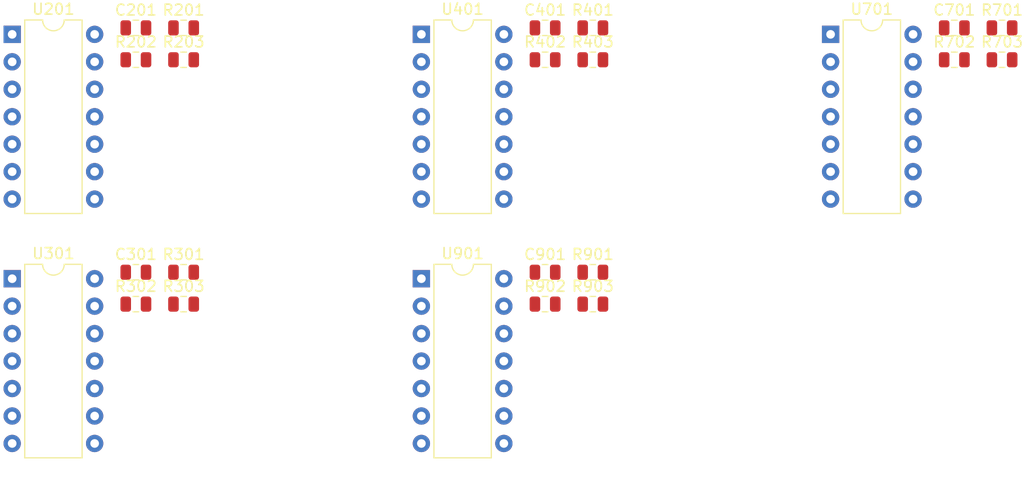
<source format=kicad_pcb>
(kicad_pcb (version 20171130) (host pcbnew "(5.1.6-0-10_14)")

  (general
    (thickness 1.6)
    (drawings 0)
    (tracks 0)
    (zones 0)
    (modules 25)
    (nets 62)
  )

  (page A4)
  (layers
    (0 F.Cu signal)
    (31 B.Cu signal)
    (32 B.Adhes user)
    (33 F.Adhes user)
    (34 B.Paste user)
    (35 F.Paste user)
    (36 B.SilkS user)
    (37 F.SilkS user)
    (38 B.Mask user)
    (39 F.Mask user)
    (40 Dwgs.User user)
    (41 Cmts.User user)
    (42 Eco1.User user)
    (43 Eco2.User user)
    (44 Edge.Cuts user)
    (45 Margin user)
    (46 B.CrtYd user)
    (47 F.CrtYd user)
    (48 B.Fab user)
    (49 F.Fab user)
  )

  (setup
    (last_trace_width 0.25)
    (trace_clearance 0.2)
    (zone_clearance 0.508)
    (zone_45_only no)
    (trace_min 0.2)
    (via_size 0.8)
    (via_drill 0.4)
    (via_min_size 0.4)
    (via_min_drill 0.3)
    (uvia_size 0.3)
    (uvia_drill 0.1)
    (uvias_allowed no)
    (uvia_min_size 0.2)
    (uvia_min_drill 0.1)
    (edge_width 0.05)
    (segment_width 0.2)
    (pcb_text_width 0.3)
    (pcb_text_size 1.5 1.5)
    (mod_edge_width 0.12)
    (mod_text_size 1 1)
    (mod_text_width 0.15)
    (pad_size 1.524 1.524)
    (pad_drill 0.762)
    (pad_to_mask_clearance 0.05)
    (aux_axis_origin 0 0)
    (visible_elements FFFFFF7F)
    (pcbplotparams
      (layerselection 0x010fc_ffffffff)
      (usegerberextensions false)
      (usegerberattributes true)
      (usegerberadvancedattributes true)
      (creategerberjobfile true)
      (excludeedgelayer true)
      (linewidth 0.100000)
      (plotframeref false)
      (viasonmask false)
      (mode 1)
      (useauxorigin false)
      (hpglpennumber 1)
      (hpglpenspeed 20)
      (hpglpendiameter 15.000000)
      (psnegative false)
      (psa4output false)
      (plotreference true)
      (plotvalue true)
      (plotinvisibletext false)
      (padsonsilk false)
      (subtractmaskfromsilk false)
      (outputformat 1)
      (mirror false)
      (drillshape 1)
      (scaleselection 1)
      (outputdirectory ""))
  )

  (net 0 "")
  (net 1 GND)
  (net 2 "Net-(C201-Pad1)")
  (net 3 "Net-(C301-Pad1)")
  (net 4 "Net-(R201-Pad1)")
  (net 5 /Sheet60689D46/sq1)
  (net 6 "Net-(R301-Pad1)")
  (net 7 /sheet60689DCE/sq1)
  (net 8 "Net-(U201-Pad14)")
  (net 9 "Net-(U201-Pad7)")
  (net 10 "Net-(U201-Pad13)")
  (net 11 "Net-(U201-Pad6)")
  (net 12 "Net-(U201-Pad12)")
  (net 13 "Net-(U201-Pad5)")
  (net 14 "Net-(U201-Pad11)")
  (net 15 "Net-(U201-Pad4)")
  (net 16 /Sheet60689D46/tri1)
  (net 17 "Net-(U301-Pad14)")
  (net 18 "Net-(U301-Pad7)")
  (net 19 "Net-(U301-Pad13)")
  (net 20 "Net-(U301-Pad6)")
  (net 21 "Net-(U301-Pad12)")
  (net 22 "Net-(U301-Pad5)")
  (net 23 "Net-(U301-Pad11)")
  (net 24 "Net-(U301-Pad4)")
  (net 25 /sheet60689DCE/tri1)
  (net 26 "Net-(C401-Pad1)")
  (net 27 "Net-(R401-Pad1)")
  (net 28 /sheet6068B9BE/sq1)
  (net 29 "Net-(U401-Pad14)")
  (net 30 "Net-(U401-Pad7)")
  (net 31 "Net-(U401-Pad13)")
  (net 32 "Net-(U401-Pad6)")
  (net 33 "Net-(U401-Pad12)")
  (net 34 "Net-(U401-Pad5)")
  (net 35 "Net-(U401-Pad11)")
  (net 36 "Net-(U401-Pad4)")
  (net 37 /sheet6068B9BE/tri1)
  (net 38 "Net-(C701-Pad1)")
  (net 39 "Net-(R701-Pad1)")
  (net 40 /Sheet606A8BE8/Sheet606A8C08/Sheet606A8C26/sq1)
  (net 41 "Net-(U701-Pad14)")
  (net 42 "Net-(U701-Pad7)")
  (net 43 "Net-(U701-Pad13)")
  (net 44 "Net-(U701-Pad6)")
  (net 45 "Net-(U701-Pad12)")
  (net 46 "Net-(U701-Pad5)")
  (net 47 "Net-(U701-Pad11)")
  (net 48 "Net-(U701-Pad4)")
  (net 49 /Sheet606A8BE8/Sheet606A8C08/Sheet606A8C26/tri1)
  (net 50 "Net-(C901-Pad1)")
  (net 51 "Net-(R901-Pad1)")
  (net 52 /Sheet606A95C9/Sheet606A95E2/sq1)
  (net 53 "Net-(U901-Pad14)")
  (net 54 "Net-(U901-Pad7)")
  (net 55 "Net-(U901-Pad13)")
  (net 56 "Net-(U901-Pad6)")
  (net 57 "Net-(U901-Pad12)")
  (net 58 "Net-(U901-Pad5)")
  (net 59 "Net-(U901-Pad11)")
  (net 60 "Net-(U901-Pad4)")
  (net 61 /Sheet606A95C9/Sheet606A95E2/tri1)

  (net_class Default "This is the default net class."
    (clearance 0.2)
    (trace_width 0.25)
    (via_dia 0.8)
    (via_drill 0.4)
    (uvia_dia 0.3)
    (uvia_drill 0.1)
    (add_net /Sheet60689D46/sq1)
    (add_net /Sheet60689D46/tri1)
    (add_net /Sheet606A8BE8/Sheet606A8C08/Sheet606A8C26/sq1)
    (add_net /Sheet606A8BE8/Sheet606A8C08/Sheet606A8C26/tri1)
    (add_net /Sheet606A95C9/Sheet606A95E2/sq1)
    (add_net /Sheet606A95C9/Sheet606A95E2/tri1)
    (add_net /sheet60689DCE/sq1)
    (add_net /sheet60689DCE/tri1)
    (add_net /sheet6068B9BE/sq1)
    (add_net /sheet6068B9BE/tri1)
    (add_net GND)
    (add_net "Net-(C201-Pad1)")
    (add_net "Net-(C301-Pad1)")
    (add_net "Net-(C401-Pad1)")
    (add_net "Net-(C701-Pad1)")
    (add_net "Net-(C901-Pad1)")
    (add_net "Net-(R201-Pad1)")
    (add_net "Net-(R301-Pad1)")
    (add_net "Net-(R401-Pad1)")
    (add_net "Net-(R701-Pad1)")
    (add_net "Net-(R901-Pad1)")
    (add_net "Net-(U201-Pad11)")
    (add_net "Net-(U201-Pad12)")
    (add_net "Net-(U201-Pad13)")
    (add_net "Net-(U201-Pad14)")
    (add_net "Net-(U201-Pad4)")
    (add_net "Net-(U201-Pad5)")
    (add_net "Net-(U201-Pad6)")
    (add_net "Net-(U201-Pad7)")
    (add_net "Net-(U301-Pad11)")
    (add_net "Net-(U301-Pad12)")
    (add_net "Net-(U301-Pad13)")
    (add_net "Net-(U301-Pad14)")
    (add_net "Net-(U301-Pad4)")
    (add_net "Net-(U301-Pad5)")
    (add_net "Net-(U301-Pad6)")
    (add_net "Net-(U301-Pad7)")
    (add_net "Net-(U401-Pad11)")
    (add_net "Net-(U401-Pad12)")
    (add_net "Net-(U401-Pad13)")
    (add_net "Net-(U401-Pad14)")
    (add_net "Net-(U401-Pad4)")
    (add_net "Net-(U401-Pad5)")
    (add_net "Net-(U401-Pad6)")
    (add_net "Net-(U401-Pad7)")
    (add_net "Net-(U701-Pad11)")
    (add_net "Net-(U701-Pad12)")
    (add_net "Net-(U701-Pad13)")
    (add_net "Net-(U701-Pad14)")
    (add_net "Net-(U701-Pad4)")
    (add_net "Net-(U701-Pad5)")
    (add_net "Net-(U701-Pad6)")
    (add_net "Net-(U701-Pad7)")
    (add_net "Net-(U901-Pad11)")
    (add_net "Net-(U901-Pad12)")
    (add_net "Net-(U901-Pad13)")
    (add_net "Net-(U901-Pad14)")
    (add_net "Net-(U901-Pad4)")
    (add_net "Net-(U901-Pad5)")
    (add_net "Net-(U901-Pad6)")
    (add_net "Net-(U901-Pad7)")
  )

  (module Package_DIP:DIP-14_W7.62mm (layer F.Cu) (tedit 5A02E8C5) (tstamp 60757BA6)
    (at 93.69 -88.56)
    (descr "14-lead though-hole mounted DIP package, row spacing 7.62 mm (300 mils)")
    (tags "THT DIP DIL PDIP 2.54mm 7.62mm 300mil")
    (path /606A95CA/606A95E3/60689410)
    (fp_text reference U901 (at 3.81 -2.33) (layer F.SilkS)
      (effects (font (size 1 1) (thickness 0.15)))
    )
    (fp_text value LM324 (at 3.81 17.57) (layer F.Fab)
      (effects (font (size 1 1) (thickness 0.15)))
    )
    (fp_text user %R (at 3.81 7.62) (layer F.Fab)
      (effects (font (size 1 1) (thickness 0.15)))
    )
    (fp_arc (start 3.81 -1.33) (end 2.81 -1.33) (angle -180) (layer F.SilkS) (width 0.12))
    (fp_line (start 1.635 -1.27) (end 6.985 -1.27) (layer F.Fab) (width 0.1))
    (fp_line (start 6.985 -1.27) (end 6.985 16.51) (layer F.Fab) (width 0.1))
    (fp_line (start 6.985 16.51) (end 0.635 16.51) (layer F.Fab) (width 0.1))
    (fp_line (start 0.635 16.51) (end 0.635 -0.27) (layer F.Fab) (width 0.1))
    (fp_line (start 0.635 -0.27) (end 1.635 -1.27) (layer F.Fab) (width 0.1))
    (fp_line (start 2.81 -1.33) (end 1.16 -1.33) (layer F.SilkS) (width 0.12))
    (fp_line (start 1.16 -1.33) (end 1.16 16.57) (layer F.SilkS) (width 0.12))
    (fp_line (start 1.16 16.57) (end 6.46 16.57) (layer F.SilkS) (width 0.12))
    (fp_line (start 6.46 16.57) (end 6.46 -1.33) (layer F.SilkS) (width 0.12))
    (fp_line (start 6.46 -1.33) (end 4.81 -1.33) (layer F.SilkS) (width 0.12))
    (fp_line (start -1.1 -1.55) (end -1.1 16.8) (layer F.CrtYd) (width 0.05))
    (fp_line (start -1.1 16.8) (end 8.7 16.8) (layer F.CrtYd) (width 0.05))
    (fp_line (start 8.7 16.8) (end 8.7 -1.55) (layer F.CrtYd) (width 0.05))
    (fp_line (start 8.7 -1.55) (end -1.1 -1.55) (layer F.CrtYd) (width 0.05))
    (pad 14 thru_hole oval (at 7.62 0) (size 1.6 1.6) (drill 0.8) (layers *.Cu *.Mask)
      (net 53 "Net-(U901-Pad14)"))
    (pad 7 thru_hole oval (at 0 15.24) (size 1.6 1.6) (drill 0.8) (layers *.Cu *.Mask)
      (net 54 "Net-(U901-Pad7)"))
    (pad 13 thru_hole oval (at 7.62 2.54) (size 1.6 1.6) (drill 0.8) (layers *.Cu *.Mask)
      (net 55 "Net-(U901-Pad13)"))
    (pad 6 thru_hole oval (at 0 12.7) (size 1.6 1.6) (drill 0.8) (layers *.Cu *.Mask)
      (net 56 "Net-(U901-Pad6)"))
    (pad 12 thru_hole oval (at 7.62 5.08) (size 1.6 1.6) (drill 0.8) (layers *.Cu *.Mask)
      (net 57 "Net-(U901-Pad12)"))
    (pad 5 thru_hole oval (at 0 10.16) (size 1.6 1.6) (drill 0.8) (layers *.Cu *.Mask)
      (net 58 "Net-(U901-Pad5)"))
    (pad 11 thru_hole oval (at 7.62 7.62) (size 1.6 1.6) (drill 0.8) (layers *.Cu *.Mask)
      (net 59 "Net-(U901-Pad11)"))
    (pad 4 thru_hole oval (at 0 7.62) (size 1.6 1.6) (drill 0.8) (layers *.Cu *.Mask)
      (net 60 "Net-(U901-Pad4)"))
    (pad 10 thru_hole oval (at 7.62 10.16) (size 1.6 1.6) (drill 0.8) (layers *.Cu *.Mask)
      (net 50 "Net-(C901-Pad1)"))
    (pad 3 thru_hole oval (at 0 5.08) (size 1.6 1.6) (drill 0.8) (layers *.Cu *.Mask)
      (net 51 "Net-(R901-Pad1)"))
    (pad 9 thru_hole oval (at 7.62 12.7) (size 1.6 1.6) (drill 0.8) (layers *.Cu *.Mask)
      (net 1 GND))
    (pad 2 thru_hole oval (at 0 2.54) (size 1.6 1.6) (drill 0.8) (layers *.Cu *.Mask)
      (net 61 /Sheet606A95C9/Sheet606A95E2/tri1))
    (pad 8 thru_hole oval (at 7.62 15.24) (size 1.6 1.6) (drill 0.8) (layers *.Cu *.Mask)
      (net 61 /Sheet606A95C9/Sheet606A95E2/tri1))
    (pad 1 thru_hole rect (at 0 0) (size 1.6 1.6) (drill 0.8) (layers *.Cu *.Mask)
      (net 52 /Sheet606A95C9/Sheet606A95E2/sq1))
    (model ${KISYS3DMOD}/Package_DIP.3dshapes/DIP-14_W7.62mm.wrl
      (at (xyz 0 0 0))
      (scale (xyz 1 1 1))
      (rotate (xyz 0 0 0))
    )
  )

  (module Package_DIP:DIP-14_W7.62mm (layer F.Cu) (tedit 5A02E8C5) (tstamp 60757B84)
    (at 131.5 -111.16)
    (descr "14-lead though-hole mounted DIP package, row spacing 7.62 mm (300 mils)")
    (tags "THT DIP DIL PDIP 2.54mm 7.62mm 300mil")
    (path /606A8BE9/606A8C09/606A8C27/60689410)
    (fp_text reference U701 (at 3.81 -2.33) (layer F.SilkS)
      (effects (font (size 1 1) (thickness 0.15)))
    )
    (fp_text value LM324 (at 3.81 17.57) (layer F.Fab)
      (effects (font (size 1 1) (thickness 0.15)))
    )
    (fp_text user %R (at 3.81 7.62) (layer F.Fab)
      (effects (font (size 1 1) (thickness 0.15)))
    )
    (fp_arc (start 3.81 -1.33) (end 2.81 -1.33) (angle -180) (layer F.SilkS) (width 0.12))
    (fp_line (start 1.635 -1.27) (end 6.985 -1.27) (layer F.Fab) (width 0.1))
    (fp_line (start 6.985 -1.27) (end 6.985 16.51) (layer F.Fab) (width 0.1))
    (fp_line (start 6.985 16.51) (end 0.635 16.51) (layer F.Fab) (width 0.1))
    (fp_line (start 0.635 16.51) (end 0.635 -0.27) (layer F.Fab) (width 0.1))
    (fp_line (start 0.635 -0.27) (end 1.635 -1.27) (layer F.Fab) (width 0.1))
    (fp_line (start 2.81 -1.33) (end 1.16 -1.33) (layer F.SilkS) (width 0.12))
    (fp_line (start 1.16 -1.33) (end 1.16 16.57) (layer F.SilkS) (width 0.12))
    (fp_line (start 1.16 16.57) (end 6.46 16.57) (layer F.SilkS) (width 0.12))
    (fp_line (start 6.46 16.57) (end 6.46 -1.33) (layer F.SilkS) (width 0.12))
    (fp_line (start 6.46 -1.33) (end 4.81 -1.33) (layer F.SilkS) (width 0.12))
    (fp_line (start -1.1 -1.55) (end -1.1 16.8) (layer F.CrtYd) (width 0.05))
    (fp_line (start -1.1 16.8) (end 8.7 16.8) (layer F.CrtYd) (width 0.05))
    (fp_line (start 8.7 16.8) (end 8.7 -1.55) (layer F.CrtYd) (width 0.05))
    (fp_line (start 8.7 -1.55) (end -1.1 -1.55) (layer F.CrtYd) (width 0.05))
    (pad 14 thru_hole oval (at 7.62 0) (size 1.6 1.6) (drill 0.8) (layers *.Cu *.Mask)
      (net 41 "Net-(U701-Pad14)"))
    (pad 7 thru_hole oval (at 0 15.24) (size 1.6 1.6) (drill 0.8) (layers *.Cu *.Mask)
      (net 42 "Net-(U701-Pad7)"))
    (pad 13 thru_hole oval (at 7.62 2.54) (size 1.6 1.6) (drill 0.8) (layers *.Cu *.Mask)
      (net 43 "Net-(U701-Pad13)"))
    (pad 6 thru_hole oval (at 0 12.7) (size 1.6 1.6) (drill 0.8) (layers *.Cu *.Mask)
      (net 44 "Net-(U701-Pad6)"))
    (pad 12 thru_hole oval (at 7.62 5.08) (size 1.6 1.6) (drill 0.8) (layers *.Cu *.Mask)
      (net 45 "Net-(U701-Pad12)"))
    (pad 5 thru_hole oval (at 0 10.16) (size 1.6 1.6) (drill 0.8) (layers *.Cu *.Mask)
      (net 46 "Net-(U701-Pad5)"))
    (pad 11 thru_hole oval (at 7.62 7.62) (size 1.6 1.6) (drill 0.8) (layers *.Cu *.Mask)
      (net 47 "Net-(U701-Pad11)"))
    (pad 4 thru_hole oval (at 0 7.62) (size 1.6 1.6) (drill 0.8) (layers *.Cu *.Mask)
      (net 48 "Net-(U701-Pad4)"))
    (pad 10 thru_hole oval (at 7.62 10.16) (size 1.6 1.6) (drill 0.8) (layers *.Cu *.Mask)
      (net 38 "Net-(C701-Pad1)"))
    (pad 3 thru_hole oval (at 0 5.08) (size 1.6 1.6) (drill 0.8) (layers *.Cu *.Mask)
      (net 39 "Net-(R701-Pad1)"))
    (pad 9 thru_hole oval (at 7.62 12.7) (size 1.6 1.6) (drill 0.8) (layers *.Cu *.Mask)
      (net 1 GND))
    (pad 2 thru_hole oval (at 0 2.54) (size 1.6 1.6) (drill 0.8) (layers *.Cu *.Mask)
      (net 49 /Sheet606A8BE8/Sheet606A8C08/Sheet606A8C26/tri1))
    (pad 8 thru_hole oval (at 7.62 15.24) (size 1.6 1.6) (drill 0.8) (layers *.Cu *.Mask)
      (net 49 /Sheet606A8BE8/Sheet606A8C08/Sheet606A8C26/tri1))
    (pad 1 thru_hole rect (at 0 0) (size 1.6 1.6) (drill 0.8) (layers *.Cu *.Mask)
      (net 40 /Sheet606A8BE8/Sheet606A8C08/Sheet606A8C26/sq1))
    (model ${KISYS3DMOD}/Package_DIP.3dshapes/DIP-14_W7.62mm.wrl
      (at (xyz 0 0 0))
      (scale (xyz 1 1 1))
      (rotate (xyz 0 0 0))
    )
  )

  (module Package_DIP:DIP-14_W7.62mm (layer F.Cu) (tedit 5A02E8C5) (tstamp 60757B62)
    (at 93.69 -111.16)
    (descr "14-lead though-hole mounted DIP package, row spacing 7.62 mm (300 mils)")
    (tags "THT DIP DIL PDIP 2.54mm 7.62mm 300mil")
    (path /6068B9BE/60689410)
    (fp_text reference U401 (at 3.81 -2.33) (layer F.SilkS)
      (effects (font (size 1 1) (thickness 0.15)))
    )
    (fp_text value LM324 (at 3.81 17.57) (layer F.Fab)
      (effects (font (size 1 1) (thickness 0.15)))
    )
    (fp_text user %R (at 3.81 7.62) (layer F.Fab)
      (effects (font (size 1 1) (thickness 0.15)))
    )
    (fp_arc (start 3.81 -1.33) (end 2.81 -1.33) (angle -180) (layer F.SilkS) (width 0.12))
    (fp_line (start 1.635 -1.27) (end 6.985 -1.27) (layer F.Fab) (width 0.1))
    (fp_line (start 6.985 -1.27) (end 6.985 16.51) (layer F.Fab) (width 0.1))
    (fp_line (start 6.985 16.51) (end 0.635 16.51) (layer F.Fab) (width 0.1))
    (fp_line (start 0.635 16.51) (end 0.635 -0.27) (layer F.Fab) (width 0.1))
    (fp_line (start 0.635 -0.27) (end 1.635 -1.27) (layer F.Fab) (width 0.1))
    (fp_line (start 2.81 -1.33) (end 1.16 -1.33) (layer F.SilkS) (width 0.12))
    (fp_line (start 1.16 -1.33) (end 1.16 16.57) (layer F.SilkS) (width 0.12))
    (fp_line (start 1.16 16.57) (end 6.46 16.57) (layer F.SilkS) (width 0.12))
    (fp_line (start 6.46 16.57) (end 6.46 -1.33) (layer F.SilkS) (width 0.12))
    (fp_line (start 6.46 -1.33) (end 4.81 -1.33) (layer F.SilkS) (width 0.12))
    (fp_line (start -1.1 -1.55) (end -1.1 16.8) (layer F.CrtYd) (width 0.05))
    (fp_line (start -1.1 16.8) (end 8.7 16.8) (layer F.CrtYd) (width 0.05))
    (fp_line (start 8.7 16.8) (end 8.7 -1.55) (layer F.CrtYd) (width 0.05))
    (fp_line (start 8.7 -1.55) (end -1.1 -1.55) (layer F.CrtYd) (width 0.05))
    (pad 14 thru_hole oval (at 7.62 0) (size 1.6 1.6) (drill 0.8) (layers *.Cu *.Mask)
      (net 29 "Net-(U401-Pad14)"))
    (pad 7 thru_hole oval (at 0 15.24) (size 1.6 1.6) (drill 0.8) (layers *.Cu *.Mask)
      (net 30 "Net-(U401-Pad7)"))
    (pad 13 thru_hole oval (at 7.62 2.54) (size 1.6 1.6) (drill 0.8) (layers *.Cu *.Mask)
      (net 31 "Net-(U401-Pad13)"))
    (pad 6 thru_hole oval (at 0 12.7) (size 1.6 1.6) (drill 0.8) (layers *.Cu *.Mask)
      (net 32 "Net-(U401-Pad6)"))
    (pad 12 thru_hole oval (at 7.62 5.08) (size 1.6 1.6) (drill 0.8) (layers *.Cu *.Mask)
      (net 33 "Net-(U401-Pad12)"))
    (pad 5 thru_hole oval (at 0 10.16) (size 1.6 1.6) (drill 0.8) (layers *.Cu *.Mask)
      (net 34 "Net-(U401-Pad5)"))
    (pad 11 thru_hole oval (at 7.62 7.62) (size 1.6 1.6) (drill 0.8) (layers *.Cu *.Mask)
      (net 35 "Net-(U401-Pad11)"))
    (pad 4 thru_hole oval (at 0 7.62) (size 1.6 1.6) (drill 0.8) (layers *.Cu *.Mask)
      (net 36 "Net-(U401-Pad4)"))
    (pad 10 thru_hole oval (at 7.62 10.16) (size 1.6 1.6) (drill 0.8) (layers *.Cu *.Mask)
      (net 26 "Net-(C401-Pad1)"))
    (pad 3 thru_hole oval (at 0 5.08) (size 1.6 1.6) (drill 0.8) (layers *.Cu *.Mask)
      (net 27 "Net-(R401-Pad1)"))
    (pad 9 thru_hole oval (at 7.62 12.7) (size 1.6 1.6) (drill 0.8) (layers *.Cu *.Mask)
      (net 1 GND))
    (pad 2 thru_hole oval (at 0 2.54) (size 1.6 1.6) (drill 0.8) (layers *.Cu *.Mask)
      (net 37 /sheet6068B9BE/tri1))
    (pad 8 thru_hole oval (at 7.62 15.24) (size 1.6 1.6) (drill 0.8) (layers *.Cu *.Mask)
      (net 37 /sheet6068B9BE/tri1))
    (pad 1 thru_hole rect (at 0 0) (size 1.6 1.6) (drill 0.8) (layers *.Cu *.Mask)
      (net 28 /sheet6068B9BE/sq1))
    (model ${KISYS3DMOD}/Package_DIP.3dshapes/DIP-14_W7.62mm.wrl
      (at (xyz 0 0 0))
      (scale (xyz 1 1 1))
      (rotate (xyz 0 0 0))
    )
  )

  (module Package_DIP:DIP-14_W7.62mm (layer F.Cu) (tedit 5A02E8C5) (tstamp 60757B40)
    (at 55.88 -88.56)
    (descr "14-lead though-hole mounted DIP package, row spacing 7.62 mm (300 mils)")
    (tags "THT DIP DIL PDIP 2.54mm 7.62mm 300mil")
    (path /60689DCE/60689410)
    (fp_text reference U301 (at 3.81 -2.33) (layer F.SilkS)
      (effects (font (size 1 1) (thickness 0.15)))
    )
    (fp_text value LM324 (at 3.81 17.57) (layer F.Fab)
      (effects (font (size 1 1) (thickness 0.15)))
    )
    (fp_text user %R (at 3.81 7.62) (layer F.Fab)
      (effects (font (size 1 1) (thickness 0.15)))
    )
    (fp_arc (start 3.81 -1.33) (end 2.81 -1.33) (angle -180) (layer F.SilkS) (width 0.12))
    (fp_line (start 1.635 -1.27) (end 6.985 -1.27) (layer F.Fab) (width 0.1))
    (fp_line (start 6.985 -1.27) (end 6.985 16.51) (layer F.Fab) (width 0.1))
    (fp_line (start 6.985 16.51) (end 0.635 16.51) (layer F.Fab) (width 0.1))
    (fp_line (start 0.635 16.51) (end 0.635 -0.27) (layer F.Fab) (width 0.1))
    (fp_line (start 0.635 -0.27) (end 1.635 -1.27) (layer F.Fab) (width 0.1))
    (fp_line (start 2.81 -1.33) (end 1.16 -1.33) (layer F.SilkS) (width 0.12))
    (fp_line (start 1.16 -1.33) (end 1.16 16.57) (layer F.SilkS) (width 0.12))
    (fp_line (start 1.16 16.57) (end 6.46 16.57) (layer F.SilkS) (width 0.12))
    (fp_line (start 6.46 16.57) (end 6.46 -1.33) (layer F.SilkS) (width 0.12))
    (fp_line (start 6.46 -1.33) (end 4.81 -1.33) (layer F.SilkS) (width 0.12))
    (fp_line (start -1.1 -1.55) (end -1.1 16.8) (layer F.CrtYd) (width 0.05))
    (fp_line (start -1.1 16.8) (end 8.7 16.8) (layer F.CrtYd) (width 0.05))
    (fp_line (start 8.7 16.8) (end 8.7 -1.55) (layer F.CrtYd) (width 0.05))
    (fp_line (start 8.7 -1.55) (end -1.1 -1.55) (layer F.CrtYd) (width 0.05))
    (pad 14 thru_hole oval (at 7.62 0) (size 1.6 1.6) (drill 0.8) (layers *.Cu *.Mask)
      (net 17 "Net-(U301-Pad14)"))
    (pad 7 thru_hole oval (at 0 15.24) (size 1.6 1.6) (drill 0.8) (layers *.Cu *.Mask)
      (net 18 "Net-(U301-Pad7)"))
    (pad 13 thru_hole oval (at 7.62 2.54) (size 1.6 1.6) (drill 0.8) (layers *.Cu *.Mask)
      (net 19 "Net-(U301-Pad13)"))
    (pad 6 thru_hole oval (at 0 12.7) (size 1.6 1.6) (drill 0.8) (layers *.Cu *.Mask)
      (net 20 "Net-(U301-Pad6)"))
    (pad 12 thru_hole oval (at 7.62 5.08) (size 1.6 1.6) (drill 0.8) (layers *.Cu *.Mask)
      (net 21 "Net-(U301-Pad12)"))
    (pad 5 thru_hole oval (at 0 10.16) (size 1.6 1.6) (drill 0.8) (layers *.Cu *.Mask)
      (net 22 "Net-(U301-Pad5)"))
    (pad 11 thru_hole oval (at 7.62 7.62) (size 1.6 1.6) (drill 0.8) (layers *.Cu *.Mask)
      (net 23 "Net-(U301-Pad11)"))
    (pad 4 thru_hole oval (at 0 7.62) (size 1.6 1.6) (drill 0.8) (layers *.Cu *.Mask)
      (net 24 "Net-(U301-Pad4)"))
    (pad 10 thru_hole oval (at 7.62 10.16) (size 1.6 1.6) (drill 0.8) (layers *.Cu *.Mask)
      (net 3 "Net-(C301-Pad1)"))
    (pad 3 thru_hole oval (at 0 5.08) (size 1.6 1.6) (drill 0.8) (layers *.Cu *.Mask)
      (net 6 "Net-(R301-Pad1)"))
    (pad 9 thru_hole oval (at 7.62 12.7) (size 1.6 1.6) (drill 0.8) (layers *.Cu *.Mask)
      (net 1 GND))
    (pad 2 thru_hole oval (at 0 2.54) (size 1.6 1.6) (drill 0.8) (layers *.Cu *.Mask)
      (net 25 /sheet60689DCE/tri1))
    (pad 8 thru_hole oval (at 7.62 15.24) (size 1.6 1.6) (drill 0.8) (layers *.Cu *.Mask)
      (net 25 /sheet60689DCE/tri1))
    (pad 1 thru_hole rect (at 0 0) (size 1.6 1.6) (drill 0.8) (layers *.Cu *.Mask)
      (net 7 /sheet60689DCE/sq1))
    (model ${KISYS3DMOD}/Package_DIP.3dshapes/DIP-14_W7.62mm.wrl
      (at (xyz 0 0 0))
      (scale (xyz 1 1 1))
      (rotate (xyz 0 0 0))
    )
  )

  (module Package_DIP:DIP-14_W7.62mm (layer F.Cu) (tedit 5A02E8C5) (tstamp 60757B1E)
    (at 55.88 -111.16)
    (descr "14-lead though-hole mounted DIP package, row spacing 7.62 mm (300 mils)")
    (tags "THT DIP DIL PDIP 2.54mm 7.62mm 300mil")
    (path /60689D47/60689410)
    (fp_text reference U201 (at 3.81 -2.33) (layer F.SilkS)
      (effects (font (size 1 1) (thickness 0.15)))
    )
    (fp_text value LM324 (at 3.81 17.57) (layer F.Fab)
      (effects (font (size 1 1) (thickness 0.15)))
    )
    (fp_text user %R (at 3.81 7.62) (layer F.Fab)
      (effects (font (size 1 1) (thickness 0.15)))
    )
    (fp_arc (start 3.81 -1.33) (end 2.81 -1.33) (angle -180) (layer F.SilkS) (width 0.12))
    (fp_line (start 1.635 -1.27) (end 6.985 -1.27) (layer F.Fab) (width 0.1))
    (fp_line (start 6.985 -1.27) (end 6.985 16.51) (layer F.Fab) (width 0.1))
    (fp_line (start 6.985 16.51) (end 0.635 16.51) (layer F.Fab) (width 0.1))
    (fp_line (start 0.635 16.51) (end 0.635 -0.27) (layer F.Fab) (width 0.1))
    (fp_line (start 0.635 -0.27) (end 1.635 -1.27) (layer F.Fab) (width 0.1))
    (fp_line (start 2.81 -1.33) (end 1.16 -1.33) (layer F.SilkS) (width 0.12))
    (fp_line (start 1.16 -1.33) (end 1.16 16.57) (layer F.SilkS) (width 0.12))
    (fp_line (start 1.16 16.57) (end 6.46 16.57) (layer F.SilkS) (width 0.12))
    (fp_line (start 6.46 16.57) (end 6.46 -1.33) (layer F.SilkS) (width 0.12))
    (fp_line (start 6.46 -1.33) (end 4.81 -1.33) (layer F.SilkS) (width 0.12))
    (fp_line (start -1.1 -1.55) (end -1.1 16.8) (layer F.CrtYd) (width 0.05))
    (fp_line (start -1.1 16.8) (end 8.7 16.8) (layer F.CrtYd) (width 0.05))
    (fp_line (start 8.7 16.8) (end 8.7 -1.55) (layer F.CrtYd) (width 0.05))
    (fp_line (start 8.7 -1.55) (end -1.1 -1.55) (layer F.CrtYd) (width 0.05))
    (pad 14 thru_hole oval (at 7.62 0) (size 1.6 1.6) (drill 0.8) (layers *.Cu *.Mask)
      (net 8 "Net-(U201-Pad14)"))
    (pad 7 thru_hole oval (at 0 15.24) (size 1.6 1.6) (drill 0.8) (layers *.Cu *.Mask)
      (net 9 "Net-(U201-Pad7)"))
    (pad 13 thru_hole oval (at 7.62 2.54) (size 1.6 1.6) (drill 0.8) (layers *.Cu *.Mask)
      (net 10 "Net-(U201-Pad13)"))
    (pad 6 thru_hole oval (at 0 12.7) (size 1.6 1.6) (drill 0.8) (layers *.Cu *.Mask)
      (net 11 "Net-(U201-Pad6)"))
    (pad 12 thru_hole oval (at 7.62 5.08) (size 1.6 1.6) (drill 0.8) (layers *.Cu *.Mask)
      (net 12 "Net-(U201-Pad12)"))
    (pad 5 thru_hole oval (at 0 10.16) (size 1.6 1.6) (drill 0.8) (layers *.Cu *.Mask)
      (net 13 "Net-(U201-Pad5)"))
    (pad 11 thru_hole oval (at 7.62 7.62) (size 1.6 1.6) (drill 0.8) (layers *.Cu *.Mask)
      (net 14 "Net-(U201-Pad11)"))
    (pad 4 thru_hole oval (at 0 7.62) (size 1.6 1.6) (drill 0.8) (layers *.Cu *.Mask)
      (net 15 "Net-(U201-Pad4)"))
    (pad 10 thru_hole oval (at 7.62 10.16) (size 1.6 1.6) (drill 0.8) (layers *.Cu *.Mask)
      (net 2 "Net-(C201-Pad1)"))
    (pad 3 thru_hole oval (at 0 5.08) (size 1.6 1.6) (drill 0.8) (layers *.Cu *.Mask)
      (net 4 "Net-(R201-Pad1)"))
    (pad 9 thru_hole oval (at 7.62 12.7) (size 1.6 1.6) (drill 0.8) (layers *.Cu *.Mask)
      (net 1 GND))
    (pad 2 thru_hole oval (at 0 2.54) (size 1.6 1.6) (drill 0.8) (layers *.Cu *.Mask)
      (net 16 /Sheet60689D46/tri1))
    (pad 8 thru_hole oval (at 7.62 15.24) (size 1.6 1.6) (drill 0.8) (layers *.Cu *.Mask)
      (net 16 /Sheet60689D46/tri1))
    (pad 1 thru_hole rect (at 0 0) (size 1.6 1.6) (drill 0.8) (layers *.Cu *.Mask)
      (net 5 /Sheet60689D46/sq1))
    (model ${KISYS3DMOD}/Package_DIP.3dshapes/DIP-14_W7.62mm.wrl
      (at (xyz 0 0 0))
      (scale (xyz 1 1 1))
      (rotate (xyz 0 0 0))
    )
  )

  (module Resistor_SMD:R_0805_2012Metric (layer F.Cu) (tedit 5B36C52B) (tstamp 60757AFC)
    (at 109.53 -86.21)
    (descr "Resistor SMD 0805 (2012 Metric), square (rectangular) end terminal, IPC_7351 nominal, (Body size source: https://docs.google.com/spreadsheets/d/1BsfQQcO9C6DZCsRaXUlFlo91Tg2WpOkGARC1WS5S8t0/edit?usp=sharing), generated with kicad-footprint-generator")
    (tags resistor)
    (path /606A95CA/606A95E3/606A4E78)
    (attr smd)
    (fp_text reference R903 (at 0 -1.65) (layer F.SilkS)
      (effects (font (size 1 1) (thickness 0.15)))
    )
    (fp_text value 10k (at 0 1.65) (layer F.Fab)
      (effects (font (size 1 1) (thickness 0.15)))
    )
    (fp_text user %R (at 0 0) (layer F.Fab)
      (effects (font (size 0.5 0.5) (thickness 0.08)))
    )
    (fp_line (start -1 0.6) (end -1 -0.6) (layer F.Fab) (width 0.1))
    (fp_line (start -1 -0.6) (end 1 -0.6) (layer F.Fab) (width 0.1))
    (fp_line (start 1 -0.6) (end 1 0.6) (layer F.Fab) (width 0.1))
    (fp_line (start 1 0.6) (end -1 0.6) (layer F.Fab) (width 0.1))
    (fp_line (start -0.258578 -0.71) (end 0.258578 -0.71) (layer F.SilkS) (width 0.12))
    (fp_line (start -0.258578 0.71) (end 0.258578 0.71) (layer F.SilkS) (width 0.12))
    (fp_line (start -1.68 0.95) (end -1.68 -0.95) (layer F.CrtYd) (width 0.05))
    (fp_line (start -1.68 -0.95) (end 1.68 -0.95) (layer F.CrtYd) (width 0.05))
    (fp_line (start 1.68 -0.95) (end 1.68 0.95) (layer F.CrtYd) (width 0.05))
    (fp_line (start 1.68 0.95) (end -1.68 0.95) (layer F.CrtYd) (width 0.05))
    (pad 2 smd roundrect (at 0.9375 0) (size 0.975 1.4) (layers F.Cu F.Paste F.Mask) (roundrect_rratio 0.25)
      (net 52 /Sheet606A95C9/Sheet606A95E2/sq1))
    (pad 1 smd roundrect (at -0.9375 0) (size 0.975 1.4) (layers F.Cu F.Paste F.Mask) (roundrect_rratio 0.25)
      (net 50 "Net-(C901-Pad1)"))
    (model ${KISYS3DMOD}/Resistor_SMD.3dshapes/R_0805_2012Metric.wrl
      (at (xyz 0 0 0))
      (scale (xyz 1 1 1))
      (rotate (xyz 0 0 0))
    )
  )

  (module Resistor_SMD:R_0805_2012Metric (layer F.Cu) (tedit 5B36C52B) (tstamp 60757AEB)
    (at 105.12 -86.21)
    (descr "Resistor SMD 0805 (2012 Metric), square (rectangular) end terminal, IPC_7351 nominal, (Body size source: https://docs.google.com/spreadsheets/d/1BsfQQcO9C6DZCsRaXUlFlo91Tg2WpOkGARC1WS5S8t0/edit?usp=sharing), generated with kicad-footprint-generator")
    (tags resistor)
    (path /606A95CA/606A95E3/60690B76)
    (attr smd)
    (fp_text reference R902 (at 0 -1.65) (layer F.SilkS)
      (effects (font (size 1 1) (thickness 0.15)))
    )
    (fp_text value 10k (at 0 1.65) (layer F.Fab)
      (effects (font (size 1 1) (thickness 0.15)))
    )
    (fp_text user %R (at 0 0) (layer F.Fab)
      (effects (font (size 0.5 0.5) (thickness 0.08)))
    )
    (fp_line (start -1 0.6) (end -1 -0.6) (layer F.Fab) (width 0.1))
    (fp_line (start -1 -0.6) (end 1 -0.6) (layer F.Fab) (width 0.1))
    (fp_line (start 1 -0.6) (end 1 0.6) (layer F.Fab) (width 0.1))
    (fp_line (start 1 0.6) (end -1 0.6) (layer F.Fab) (width 0.1))
    (fp_line (start -0.258578 -0.71) (end 0.258578 -0.71) (layer F.SilkS) (width 0.12))
    (fp_line (start -0.258578 0.71) (end 0.258578 0.71) (layer F.SilkS) (width 0.12))
    (fp_line (start -1.68 0.95) (end -1.68 -0.95) (layer F.CrtYd) (width 0.05))
    (fp_line (start -1.68 -0.95) (end 1.68 -0.95) (layer F.CrtYd) (width 0.05))
    (fp_line (start 1.68 -0.95) (end 1.68 0.95) (layer F.CrtYd) (width 0.05))
    (fp_line (start 1.68 0.95) (end -1.68 0.95) (layer F.CrtYd) (width 0.05))
    (pad 2 smd roundrect (at 0.9375 0) (size 0.975 1.4) (layers F.Cu F.Paste F.Mask) (roundrect_rratio 0.25)
      (net 51 "Net-(R901-Pad1)"))
    (pad 1 smd roundrect (at -0.9375 0) (size 0.975 1.4) (layers F.Cu F.Paste F.Mask) (roundrect_rratio 0.25)
      (net 52 /Sheet606A95C9/Sheet606A95E2/sq1))
    (model ${KISYS3DMOD}/Resistor_SMD.3dshapes/R_0805_2012Metric.wrl
      (at (xyz 0 0 0))
      (scale (xyz 1 1 1))
      (rotate (xyz 0 0 0))
    )
  )

  (module Resistor_SMD:R_0805_2012Metric (layer F.Cu) (tedit 5B36C52B) (tstamp 60757ADA)
    (at 109.53 -89.16)
    (descr "Resistor SMD 0805 (2012 Metric), square (rectangular) end terminal, IPC_7351 nominal, (Body size source: https://docs.google.com/spreadsheets/d/1BsfQQcO9C6DZCsRaXUlFlo91Tg2WpOkGARC1WS5S8t0/edit?usp=sharing), generated with kicad-footprint-generator")
    (tags resistor)
    (path /606A95CA/606A95E3/606916FA)
    (attr smd)
    (fp_text reference R901 (at 0 -1.65) (layer F.SilkS)
      (effects (font (size 1 1) (thickness 0.15)))
    )
    (fp_text value 10k (at 0 1.65) (layer F.Fab)
      (effects (font (size 1 1) (thickness 0.15)))
    )
    (fp_text user %R (at 0 0) (layer F.Fab)
      (effects (font (size 0.5 0.5) (thickness 0.08)))
    )
    (fp_line (start -1 0.6) (end -1 -0.6) (layer F.Fab) (width 0.1))
    (fp_line (start -1 -0.6) (end 1 -0.6) (layer F.Fab) (width 0.1))
    (fp_line (start 1 -0.6) (end 1 0.6) (layer F.Fab) (width 0.1))
    (fp_line (start 1 0.6) (end -1 0.6) (layer F.Fab) (width 0.1))
    (fp_line (start -0.258578 -0.71) (end 0.258578 -0.71) (layer F.SilkS) (width 0.12))
    (fp_line (start -0.258578 0.71) (end 0.258578 0.71) (layer F.SilkS) (width 0.12))
    (fp_line (start -1.68 0.95) (end -1.68 -0.95) (layer F.CrtYd) (width 0.05))
    (fp_line (start -1.68 -0.95) (end 1.68 -0.95) (layer F.CrtYd) (width 0.05))
    (fp_line (start 1.68 -0.95) (end 1.68 0.95) (layer F.CrtYd) (width 0.05))
    (fp_line (start 1.68 0.95) (end -1.68 0.95) (layer F.CrtYd) (width 0.05))
    (pad 2 smd roundrect (at 0.9375 0) (size 0.975 1.4) (layers F.Cu F.Paste F.Mask) (roundrect_rratio 0.25)
      (net 1 GND))
    (pad 1 smd roundrect (at -0.9375 0) (size 0.975 1.4) (layers F.Cu F.Paste F.Mask) (roundrect_rratio 0.25)
      (net 51 "Net-(R901-Pad1)"))
    (model ${KISYS3DMOD}/Resistor_SMD.3dshapes/R_0805_2012Metric.wrl
      (at (xyz 0 0 0))
      (scale (xyz 1 1 1))
      (rotate (xyz 0 0 0))
    )
  )

  (module Resistor_SMD:R_0805_2012Metric (layer F.Cu) (tedit 5B36C52B) (tstamp 60757AC9)
    (at 147.34 -108.81)
    (descr "Resistor SMD 0805 (2012 Metric), square (rectangular) end terminal, IPC_7351 nominal, (Body size source: https://docs.google.com/spreadsheets/d/1BsfQQcO9C6DZCsRaXUlFlo91Tg2WpOkGARC1WS5S8t0/edit?usp=sharing), generated with kicad-footprint-generator")
    (tags resistor)
    (path /606A8BE9/606A8C09/606A8C27/606A4E78)
    (attr smd)
    (fp_text reference R703 (at 0 -1.65) (layer F.SilkS)
      (effects (font (size 1 1) (thickness 0.15)))
    )
    (fp_text value 10k (at 0 1.65) (layer F.Fab)
      (effects (font (size 1 1) (thickness 0.15)))
    )
    (fp_text user %R (at 0 0) (layer F.Fab)
      (effects (font (size 0.5 0.5) (thickness 0.08)))
    )
    (fp_line (start -1 0.6) (end -1 -0.6) (layer F.Fab) (width 0.1))
    (fp_line (start -1 -0.6) (end 1 -0.6) (layer F.Fab) (width 0.1))
    (fp_line (start 1 -0.6) (end 1 0.6) (layer F.Fab) (width 0.1))
    (fp_line (start 1 0.6) (end -1 0.6) (layer F.Fab) (width 0.1))
    (fp_line (start -0.258578 -0.71) (end 0.258578 -0.71) (layer F.SilkS) (width 0.12))
    (fp_line (start -0.258578 0.71) (end 0.258578 0.71) (layer F.SilkS) (width 0.12))
    (fp_line (start -1.68 0.95) (end -1.68 -0.95) (layer F.CrtYd) (width 0.05))
    (fp_line (start -1.68 -0.95) (end 1.68 -0.95) (layer F.CrtYd) (width 0.05))
    (fp_line (start 1.68 -0.95) (end 1.68 0.95) (layer F.CrtYd) (width 0.05))
    (fp_line (start 1.68 0.95) (end -1.68 0.95) (layer F.CrtYd) (width 0.05))
    (pad 2 smd roundrect (at 0.9375 0) (size 0.975 1.4) (layers F.Cu F.Paste F.Mask) (roundrect_rratio 0.25)
      (net 40 /Sheet606A8BE8/Sheet606A8C08/Sheet606A8C26/sq1))
    (pad 1 smd roundrect (at -0.9375 0) (size 0.975 1.4) (layers F.Cu F.Paste F.Mask) (roundrect_rratio 0.25)
      (net 38 "Net-(C701-Pad1)"))
    (model ${KISYS3DMOD}/Resistor_SMD.3dshapes/R_0805_2012Metric.wrl
      (at (xyz 0 0 0))
      (scale (xyz 1 1 1))
      (rotate (xyz 0 0 0))
    )
  )

  (module Resistor_SMD:R_0805_2012Metric (layer F.Cu) (tedit 5B36C52B) (tstamp 60757AB8)
    (at 142.93 -108.81)
    (descr "Resistor SMD 0805 (2012 Metric), square (rectangular) end terminal, IPC_7351 nominal, (Body size source: https://docs.google.com/spreadsheets/d/1BsfQQcO9C6DZCsRaXUlFlo91Tg2WpOkGARC1WS5S8t0/edit?usp=sharing), generated with kicad-footprint-generator")
    (tags resistor)
    (path /606A8BE9/606A8C09/606A8C27/60690B76)
    (attr smd)
    (fp_text reference R702 (at 0 -1.65) (layer F.SilkS)
      (effects (font (size 1 1) (thickness 0.15)))
    )
    (fp_text value 10k (at 0 1.65) (layer F.Fab)
      (effects (font (size 1 1) (thickness 0.15)))
    )
    (fp_text user %R (at 0 0) (layer F.Fab)
      (effects (font (size 0.5 0.5) (thickness 0.08)))
    )
    (fp_line (start -1 0.6) (end -1 -0.6) (layer F.Fab) (width 0.1))
    (fp_line (start -1 -0.6) (end 1 -0.6) (layer F.Fab) (width 0.1))
    (fp_line (start 1 -0.6) (end 1 0.6) (layer F.Fab) (width 0.1))
    (fp_line (start 1 0.6) (end -1 0.6) (layer F.Fab) (width 0.1))
    (fp_line (start -0.258578 -0.71) (end 0.258578 -0.71) (layer F.SilkS) (width 0.12))
    (fp_line (start -0.258578 0.71) (end 0.258578 0.71) (layer F.SilkS) (width 0.12))
    (fp_line (start -1.68 0.95) (end -1.68 -0.95) (layer F.CrtYd) (width 0.05))
    (fp_line (start -1.68 -0.95) (end 1.68 -0.95) (layer F.CrtYd) (width 0.05))
    (fp_line (start 1.68 -0.95) (end 1.68 0.95) (layer F.CrtYd) (width 0.05))
    (fp_line (start 1.68 0.95) (end -1.68 0.95) (layer F.CrtYd) (width 0.05))
    (pad 2 smd roundrect (at 0.9375 0) (size 0.975 1.4) (layers F.Cu F.Paste F.Mask) (roundrect_rratio 0.25)
      (net 39 "Net-(R701-Pad1)"))
    (pad 1 smd roundrect (at -0.9375 0) (size 0.975 1.4) (layers F.Cu F.Paste F.Mask) (roundrect_rratio 0.25)
      (net 40 /Sheet606A8BE8/Sheet606A8C08/Sheet606A8C26/sq1))
    (model ${KISYS3DMOD}/Resistor_SMD.3dshapes/R_0805_2012Metric.wrl
      (at (xyz 0 0 0))
      (scale (xyz 1 1 1))
      (rotate (xyz 0 0 0))
    )
  )

  (module Resistor_SMD:R_0805_2012Metric (layer F.Cu) (tedit 5B36C52B) (tstamp 60757AA7)
    (at 147.34 -111.76)
    (descr "Resistor SMD 0805 (2012 Metric), square (rectangular) end terminal, IPC_7351 nominal, (Body size source: https://docs.google.com/spreadsheets/d/1BsfQQcO9C6DZCsRaXUlFlo91Tg2WpOkGARC1WS5S8t0/edit?usp=sharing), generated with kicad-footprint-generator")
    (tags resistor)
    (path /606A8BE9/606A8C09/606A8C27/606916FA)
    (attr smd)
    (fp_text reference R701 (at 0 -1.65) (layer F.SilkS)
      (effects (font (size 1 1) (thickness 0.15)))
    )
    (fp_text value 10k (at 0 1.65) (layer F.Fab)
      (effects (font (size 1 1) (thickness 0.15)))
    )
    (fp_text user %R (at 0 0) (layer F.Fab)
      (effects (font (size 0.5 0.5) (thickness 0.08)))
    )
    (fp_line (start -1 0.6) (end -1 -0.6) (layer F.Fab) (width 0.1))
    (fp_line (start -1 -0.6) (end 1 -0.6) (layer F.Fab) (width 0.1))
    (fp_line (start 1 -0.6) (end 1 0.6) (layer F.Fab) (width 0.1))
    (fp_line (start 1 0.6) (end -1 0.6) (layer F.Fab) (width 0.1))
    (fp_line (start -0.258578 -0.71) (end 0.258578 -0.71) (layer F.SilkS) (width 0.12))
    (fp_line (start -0.258578 0.71) (end 0.258578 0.71) (layer F.SilkS) (width 0.12))
    (fp_line (start -1.68 0.95) (end -1.68 -0.95) (layer F.CrtYd) (width 0.05))
    (fp_line (start -1.68 -0.95) (end 1.68 -0.95) (layer F.CrtYd) (width 0.05))
    (fp_line (start 1.68 -0.95) (end 1.68 0.95) (layer F.CrtYd) (width 0.05))
    (fp_line (start 1.68 0.95) (end -1.68 0.95) (layer F.CrtYd) (width 0.05))
    (pad 2 smd roundrect (at 0.9375 0) (size 0.975 1.4) (layers F.Cu F.Paste F.Mask) (roundrect_rratio 0.25)
      (net 1 GND))
    (pad 1 smd roundrect (at -0.9375 0) (size 0.975 1.4) (layers F.Cu F.Paste F.Mask) (roundrect_rratio 0.25)
      (net 39 "Net-(R701-Pad1)"))
    (model ${KISYS3DMOD}/Resistor_SMD.3dshapes/R_0805_2012Metric.wrl
      (at (xyz 0 0 0))
      (scale (xyz 1 1 1))
      (rotate (xyz 0 0 0))
    )
  )

  (module Resistor_SMD:R_0805_2012Metric (layer F.Cu) (tedit 5B36C52B) (tstamp 60757A96)
    (at 109.53 -108.81)
    (descr "Resistor SMD 0805 (2012 Metric), square (rectangular) end terminal, IPC_7351 nominal, (Body size source: https://docs.google.com/spreadsheets/d/1BsfQQcO9C6DZCsRaXUlFlo91Tg2WpOkGARC1WS5S8t0/edit?usp=sharing), generated with kicad-footprint-generator")
    (tags resistor)
    (path /6068B9BE/606A4E78)
    (attr smd)
    (fp_text reference R403 (at 0 -1.65) (layer F.SilkS)
      (effects (font (size 1 1) (thickness 0.15)))
    )
    (fp_text value 10k (at 0 1.65) (layer F.Fab)
      (effects (font (size 1 1) (thickness 0.15)))
    )
    (fp_text user %R (at 0 0) (layer F.Fab)
      (effects (font (size 0.5 0.5) (thickness 0.08)))
    )
    (fp_line (start -1 0.6) (end -1 -0.6) (layer F.Fab) (width 0.1))
    (fp_line (start -1 -0.6) (end 1 -0.6) (layer F.Fab) (width 0.1))
    (fp_line (start 1 -0.6) (end 1 0.6) (layer F.Fab) (width 0.1))
    (fp_line (start 1 0.6) (end -1 0.6) (layer F.Fab) (width 0.1))
    (fp_line (start -0.258578 -0.71) (end 0.258578 -0.71) (layer F.SilkS) (width 0.12))
    (fp_line (start -0.258578 0.71) (end 0.258578 0.71) (layer F.SilkS) (width 0.12))
    (fp_line (start -1.68 0.95) (end -1.68 -0.95) (layer F.CrtYd) (width 0.05))
    (fp_line (start -1.68 -0.95) (end 1.68 -0.95) (layer F.CrtYd) (width 0.05))
    (fp_line (start 1.68 -0.95) (end 1.68 0.95) (layer F.CrtYd) (width 0.05))
    (fp_line (start 1.68 0.95) (end -1.68 0.95) (layer F.CrtYd) (width 0.05))
    (pad 2 smd roundrect (at 0.9375 0) (size 0.975 1.4) (layers F.Cu F.Paste F.Mask) (roundrect_rratio 0.25)
      (net 28 /sheet6068B9BE/sq1))
    (pad 1 smd roundrect (at -0.9375 0) (size 0.975 1.4) (layers F.Cu F.Paste F.Mask) (roundrect_rratio 0.25)
      (net 26 "Net-(C401-Pad1)"))
    (model ${KISYS3DMOD}/Resistor_SMD.3dshapes/R_0805_2012Metric.wrl
      (at (xyz 0 0 0))
      (scale (xyz 1 1 1))
      (rotate (xyz 0 0 0))
    )
  )

  (module Resistor_SMD:R_0805_2012Metric (layer F.Cu) (tedit 5B36C52B) (tstamp 60757A85)
    (at 105.12 -108.81)
    (descr "Resistor SMD 0805 (2012 Metric), square (rectangular) end terminal, IPC_7351 nominal, (Body size source: https://docs.google.com/spreadsheets/d/1BsfQQcO9C6DZCsRaXUlFlo91Tg2WpOkGARC1WS5S8t0/edit?usp=sharing), generated with kicad-footprint-generator")
    (tags resistor)
    (path /6068B9BE/60690B76)
    (attr smd)
    (fp_text reference R402 (at 0 -1.65) (layer F.SilkS)
      (effects (font (size 1 1) (thickness 0.15)))
    )
    (fp_text value 10k (at 0 1.65) (layer F.Fab)
      (effects (font (size 1 1) (thickness 0.15)))
    )
    (fp_text user %R (at 0 0) (layer F.Fab)
      (effects (font (size 0.5 0.5) (thickness 0.08)))
    )
    (fp_line (start -1 0.6) (end -1 -0.6) (layer F.Fab) (width 0.1))
    (fp_line (start -1 -0.6) (end 1 -0.6) (layer F.Fab) (width 0.1))
    (fp_line (start 1 -0.6) (end 1 0.6) (layer F.Fab) (width 0.1))
    (fp_line (start 1 0.6) (end -1 0.6) (layer F.Fab) (width 0.1))
    (fp_line (start -0.258578 -0.71) (end 0.258578 -0.71) (layer F.SilkS) (width 0.12))
    (fp_line (start -0.258578 0.71) (end 0.258578 0.71) (layer F.SilkS) (width 0.12))
    (fp_line (start -1.68 0.95) (end -1.68 -0.95) (layer F.CrtYd) (width 0.05))
    (fp_line (start -1.68 -0.95) (end 1.68 -0.95) (layer F.CrtYd) (width 0.05))
    (fp_line (start 1.68 -0.95) (end 1.68 0.95) (layer F.CrtYd) (width 0.05))
    (fp_line (start 1.68 0.95) (end -1.68 0.95) (layer F.CrtYd) (width 0.05))
    (pad 2 smd roundrect (at 0.9375 0) (size 0.975 1.4) (layers F.Cu F.Paste F.Mask) (roundrect_rratio 0.25)
      (net 27 "Net-(R401-Pad1)"))
    (pad 1 smd roundrect (at -0.9375 0) (size 0.975 1.4) (layers F.Cu F.Paste F.Mask) (roundrect_rratio 0.25)
      (net 28 /sheet6068B9BE/sq1))
    (model ${KISYS3DMOD}/Resistor_SMD.3dshapes/R_0805_2012Metric.wrl
      (at (xyz 0 0 0))
      (scale (xyz 1 1 1))
      (rotate (xyz 0 0 0))
    )
  )

  (module Resistor_SMD:R_0805_2012Metric (layer F.Cu) (tedit 5B36C52B) (tstamp 60757A74)
    (at 109.53 -111.76)
    (descr "Resistor SMD 0805 (2012 Metric), square (rectangular) end terminal, IPC_7351 nominal, (Body size source: https://docs.google.com/spreadsheets/d/1BsfQQcO9C6DZCsRaXUlFlo91Tg2WpOkGARC1WS5S8t0/edit?usp=sharing), generated with kicad-footprint-generator")
    (tags resistor)
    (path /6068B9BE/606916FA)
    (attr smd)
    (fp_text reference R401 (at 0 -1.65) (layer F.SilkS)
      (effects (font (size 1 1) (thickness 0.15)))
    )
    (fp_text value 10k (at 0 1.65) (layer F.Fab)
      (effects (font (size 1 1) (thickness 0.15)))
    )
    (fp_text user %R (at 0 0) (layer F.Fab)
      (effects (font (size 0.5 0.5) (thickness 0.08)))
    )
    (fp_line (start -1 0.6) (end -1 -0.6) (layer F.Fab) (width 0.1))
    (fp_line (start -1 -0.6) (end 1 -0.6) (layer F.Fab) (width 0.1))
    (fp_line (start 1 -0.6) (end 1 0.6) (layer F.Fab) (width 0.1))
    (fp_line (start 1 0.6) (end -1 0.6) (layer F.Fab) (width 0.1))
    (fp_line (start -0.258578 -0.71) (end 0.258578 -0.71) (layer F.SilkS) (width 0.12))
    (fp_line (start -0.258578 0.71) (end 0.258578 0.71) (layer F.SilkS) (width 0.12))
    (fp_line (start -1.68 0.95) (end -1.68 -0.95) (layer F.CrtYd) (width 0.05))
    (fp_line (start -1.68 -0.95) (end 1.68 -0.95) (layer F.CrtYd) (width 0.05))
    (fp_line (start 1.68 -0.95) (end 1.68 0.95) (layer F.CrtYd) (width 0.05))
    (fp_line (start 1.68 0.95) (end -1.68 0.95) (layer F.CrtYd) (width 0.05))
    (pad 2 smd roundrect (at 0.9375 0) (size 0.975 1.4) (layers F.Cu F.Paste F.Mask) (roundrect_rratio 0.25)
      (net 1 GND))
    (pad 1 smd roundrect (at -0.9375 0) (size 0.975 1.4) (layers F.Cu F.Paste F.Mask) (roundrect_rratio 0.25)
      (net 27 "Net-(R401-Pad1)"))
    (model ${KISYS3DMOD}/Resistor_SMD.3dshapes/R_0805_2012Metric.wrl
      (at (xyz 0 0 0))
      (scale (xyz 1 1 1))
      (rotate (xyz 0 0 0))
    )
  )

  (module Resistor_SMD:R_0805_2012Metric (layer F.Cu) (tedit 5B36C52B) (tstamp 60757A63)
    (at 71.72 -86.21)
    (descr "Resistor SMD 0805 (2012 Metric), square (rectangular) end terminal, IPC_7351 nominal, (Body size source: https://docs.google.com/spreadsheets/d/1BsfQQcO9C6DZCsRaXUlFlo91Tg2WpOkGARC1WS5S8t0/edit?usp=sharing), generated with kicad-footprint-generator")
    (tags resistor)
    (path /60689DCE/606A4E78)
    (attr smd)
    (fp_text reference R303 (at 0 -1.65) (layer F.SilkS)
      (effects (font (size 1 1) (thickness 0.15)))
    )
    (fp_text value 10k (at 0 1.65) (layer F.Fab)
      (effects (font (size 1 1) (thickness 0.15)))
    )
    (fp_text user %R (at 0 0) (layer F.Fab)
      (effects (font (size 0.5 0.5) (thickness 0.08)))
    )
    (fp_line (start -1 0.6) (end -1 -0.6) (layer F.Fab) (width 0.1))
    (fp_line (start -1 -0.6) (end 1 -0.6) (layer F.Fab) (width 0.1))
    (fp_line (start 1 -0.6) (end 1 0.6) (layer F.Fab) (width 0.1))
    (fp_line (start 1 0.6) (end -1 0.6) (layer F.Fab) (width 0.1))
    (fp_line (start -0.258578 -0.71) (end 0.258578 -0.71) (layer F.SilkS) (width 0.12))
    (fp_line (start -0.258578 0.71) (end 0.258578 0.71) (layer F.SilkS) (width 0.12))
    (fp_line (start -1.68 0.95) (end -1.68 -0.95) (layer F.CrtYd) (width 0.05))
    (fp_line (start -1.68 -0.95) (end 1.68 -0.95) (layer F.CrtYd) (width 0.05))
    (fp_line (start 1.68 -0.95) (end 1.68 0.95) (layer F.CrtYd) (width 0.05))
    (fp_line (start 1.68 0.95) (end -1.68 0.95) (layer F.CrtYd) (width 0.05))
    (pad 2 smd roundrect (at 0.9375 0) (size 0.975 1.4) (layers F.Cu F.Paste F.Mask) (roundrect_rratio 0.25)
      (net 7 /sheet60689DCE/sq1))
    (pad 1 smd roundrect (at -0.9375 0) (size 0.975 1.4) (layers F.Cu F.Paste F.Mask) (roundrect_rratio 0.25)
      (net 3 "Net-(C301-Pad1)"))
    (model ${KISYS3DMOD}/Resistor_SMD.3dshapes/R_0805_2012Metric.wrl
      (at (xyz 0 0 0))
      (scale (xyz 1 1 1))
      (rotate (xyz 0 0 0))
    )
  )

  (module Resistor_SMD:R_0805_2012Metric (layer F.Cu) (tedit 5B36C52B) (tstamp 60757A52)
    (at 67.31 -86.21)
    (descr "Resistor SMD 0805 (2012 Metric), square (rectangular) end terminal, IPC_7351 nominal, (Body size source: https://docs.google.com/spreadsheets/d/1BsfQQcO9C6DZCsRaXUlFlo91Tg2WpOkGARC1WS5S8t0/edit?usp=sharing), generated with kicad-footprint-generator")
    (tags resistor)
    (path /60689DCE/60690B76)
    (attr smd)
    (fp_text reference R302 (at 0 -1.65) (layer F.SilkS)
      (effects (font (size 1 1) (thickness 0.15)))
    )
    (fp_text value 10k (at 0 1.65) (layer F.Fab)
      (effects (font (size 1 1) (thickness 0.15)))
    )
    (fp_text user %R (at 0 0) (layer F.Fab)
      (effects (font (size 0.5 0.5) (thickness 0.08)))
    )
    (fp_line (start -1 0.6) (end -1 -0.6) (layer F.Fab) (width 0.1))
    (fp_line (start -1 -0.6) (end 1 -0.6) (layer F.Fab) (width 0.1))
    (fp_line (start 1 -0.6) (end 1 0.6) (layer F.Fab) (width 0.1))
    (fp_line (start 1 0.6) (end -1 0.6) (layer F.Fab) (width 0.1))
    (fp_line (start -0.258578 -0.71) (end 0.258578 -0.71) (layer F.SilkS) (width 0.12))
    (fp_line (start -0.258578 0.71) (end 0.258578 0.71) (layer F.SilkS) (width 0.12))
    (fp_line (start -1.68 0.95) (end -1.68 -0.95) (layer F.CrtYd) (width 0.05))
    (fp_line (start -1.68 -0.95) (end 1.68 -0.95) (layer F.CrtYd) (width 0.05))
    (fp_line (start 1.68 -0.95) (end 1.68 0.95) (layer F.CrtYd) (width 0.05))
    (fp_line (start 1.68 0.95) (end -1.68 0.95) (layer F.CrtYd) (width 0.05))
    (pad 2 smd roundrect (at 0.9375 0) (size 0.975 1.4) (layers F.Cu F.Paste F.Mask) (roundrect_rratio 0.25)
      (net 6 "Net-(R301-Pad1)"))
    (pad 1 smd roundrect (at -0.9375 0) (size 0.975 1.4) (layers F.Cu F.Paste F.Mask) (roundrect_rratio 0.25)
      (net 7 /sheet60689DCE/sq1))
    (model ${KISYS3DMOD}/Resistor_SMD.3dshapes/R_0805_2012Metric.wrl
      (at (xyz 0 0 0))
      (scale (xyz 1 1 1))
      (rotate (xyz 0 0 0))
    )
  )

  (module Resistor_SMD:R_0805_2012Metric (layer F.Cu) (tedit 5B36C52B) (tstamp 60757A41)
    (at 71.72 -89.16)
    (descr "Resistor SMD 0805 (2012 Metric), square (rectangular) end terminal, IPC_7351 nominal, (Body size source: https://docs.google.com/spreadsheets/d/1BsfQQcO9C6DZCsRaXUlFlo91Tg2WpOkGARC1WS5S8t0/edit?usp=sharing), generated with kicad-footprint-generator")
    (tags resistor)
    (path /60689DCE/606916FA)
    (attr smd)
    (fp_text reference R301 (at 0 -1.65) (layer F.SilkS)
      (effects (font (size 1 1) (thickness 0.15)))
    )
    (fp_text value 10k (at 0 1.65) (layer F.Fab)
      (effects (font (size 1 1) (thickness 0.15)))
    )
    (fp_text user %R (at 0 0) (layer F.Fab)
      (effects (font (size 0.5 0.5) (thickness 0.08)))
    )
    (fp_line (start -1 0.6) (end -1 -0.6) (layer F.Fab) (width 0.1))
    (fp_line (start -1 -0.6) (end 1 -0.6) (layer F.Fab) (width 0.1))
    (fp_line (start 1 -0.6) (end 1 0.6) (layer F.Fab) (width 0.1))
    (fp_line (start 1 0.6) (end -1 0.6) (layer F.Fab) (width 0.1))
    (fp_line (start -0.258578 -0.71) (end 0.258578 -0.71) (layer F.SilkS) (width 0.12))
    (fp_line (start -0.258578 0.71) (end 0.258578 0.71) (layer F.SilkS) (width 0.12))
    (fp_line (start -1.68 0.95) (end -1.68 -0.95) (layer F.CrtYd) (width 0.05))
    (fp_line (start -1.68 -0.95) (end 1.68 -0.95) (layer F.CrtYd) (width 0.05))
    (fp_line (start 1.68 -0.95) (end 1.68 0.95) (layer F.CrtYd) (width 0.05))
    (fp_line (start 1.68 0.95) (end -1.68 0.95) (layer F.CrtYd) (width 0.05))
    (pad 2 smd roundrect (at 0.9375 0) (size 0.975 1.4) (layers F.Cu F.Paste F.Mask) (roundrect_rratio 0.25)
      (net 1 GND))
    (pad 1 smd roundrect (at -0.9375 0) (size 0.975 1.4) (layers F.Cu F.Paste F.Mask) (roundrect_rratio 0.25)
      (net 6 "Net-(R301-Pad1)"))
    (model ${KISYS3DMOD}/Resistor_SMD.3dshapes/R_0805_2012Metric.wrl
      (at (xyz 0 0 0))
      (scale (xyz 1 1 1))
      (rotate (xyz 0 0 0))
    )
  )

  (module Resistor_SMD:R_0805_2012Metric (layer F.Cu) (tedit 5B36C52B) (tstamp 60757A30)
    (at 71.72 -108.81)
    (descr "Resistor SMD 0805 (2012 Metric), square (rectangular) end terminal, IPC_7351 nominal, (Body size source: https://docs.google.com/spreadsheets/d/1BsfQQcO9C6DZCsRaXUlFlo91Tg2WpOkGARC1WS5S8t0/edit?usp=sharing), generated with kicad-footprint-generator")
    (tags resistor)
    (path /60689D47/606A4E78)
    (attr smd)
    (fp_text reference R203 (at 0 -1.65) (layer F.SilkS)
      (effects (font (size 1 1) (thickness 0.15)))
    )
    (fp_text value 10k (at 0 1.65) (layer F.Fab)
      (effects (font (size 1 1) (thickness 0.15)))
    )
    (fp_text user %R (at 0 0) (layer F.Fab)
      (effects (font (size 0.5 0.5) (thickness 0.08)))
    )
    (fp_line (start -1 0.6) (end -1 -0.6) (layer F.Fab) (width 0.1))
    (fp_line (start -1 -0.6) (end 1 -0.6) (layer F.Fab) (width 0.1))
    (fp_line (start 1 -0.6) (end 1 0.6) (layer F.Fab) (width 0.1))
    (fp_line (start 1 0.6) (end -1 0.6) (layer F.Fab) (width 0.1))
    (fp_line (start -0.258578 -0.71) (end 0.258578 -0.71) (layer F.SilkS) (width 0.12))
    (fp_line (start -0.258578 0.71) (end 0.258578 0.71) (layer F.SilkS) (width 0.12))
    (fp_line (start -1.68 0.95) (end -1.68 -0.95) (layer F.CrtYd) (width 0.05))
    (fp_line (start -1.68 -0.95) (end 1.68 -0.95) (layer F.CrtYd) (width 0.05))
    (fp_line (start 1.68 -0.95) (end 1.68 0.95) (layer F.CrtYd) (width 0.05))
    (fp_line (start 1.68 0.95) (end -1.68 0.95) (layer F.CrtYd) (width 0.05))
    (pad 2 smd roundrect (at 0.9375 0) (size 0.975 1.4) (layers F.Cu F.Paste F.Mask) (roundrect_rratio 0.25)
      (net 5 /Sheet60689D46/sq1))
    (pad 1 smd roundrect (at -0.9375 0) (size 0.975 1.4) (layers F.Cu F.Paste F.Mask) (roundrect_rratio 0.25)
      (net 2 "Net-(C201-Pad1)"))
    (model ${KISYS3DMOD}/Resistor_SMD.3dshapes/R_0805_2012Metric.wrl
      (at (xyz 0 0 0))
      (scale (xyz 1 1 1))
      (rotate (xyz 0 0 0))
    )
  )

  (module Resistor_SMD:R_0805_2012Metric (layer F.Cu) (tedit 5B36C52B) (tstamp 60757A1F)
    (at 67.31 -108.81)
    (descr "Resistor SMD 0805 (2012 Metric), square (rectangular) end terminal, IPC_7351 nominal, (Body size source: https://docs.google.com/spreadsheets/d/1BsfQQcO9C6DZCsRaXUlFlo91Tg2WpOkGARC1WS5S8t0/edit?usp=sharing), generated with kicad-footprint-generator")
    (tags resistor)
    (path /60689D47/60690B76)
    (attr smd)
    (fp_text reference R202 (at 0 -1.65) (layer F.SilkS)
      (effects (font (size 1 1) (thickness 0.15)))
    )
    (fp_text value 10k (at 0 1.65) (layer F.Fab)
      (effects (font (size 1 1) (thickness 0.15)))
    )
    (fp_text user %R (at 0 0) (layer F.Fab)
      (effects (font (size 0.5 0.5) (thickness 0.08)))
    )
    (fp_line (start -1 0.6) (end -1 -0.6) (layer F.Fab) (width 0.1))
    (fp_line (start -1 -0.6) (end 1 -0.6) (layer F.Fab) (width 0.1))
    (fp_line (start 1 -0.6) (end 1 0.6) (layer F.Fab) (width 0.1))
    (fp_line (start 1 0.6) (end -1 0.6) (layer F.Fab) (width 0.1))
    (fp_line (start -0.258578 -0.71) (end 0.258578 -0.71) (layer F.SilkS) (width 0.12))
    (fp_line (start -0.258578 0.71) (end 0.258578 0.71) (layer F.SilkS) (width 0.12))
    (fp_line (start -1.68 0.95) (end -1.68 -0.95) (layer F.CrtYd) (width 0.05))
    (fp_line (start -1.68 -0.95) (end 1.68 -0.95) (layer F.CrtYd) (width 0.05))
    (fp_line (start 1.68 -0.95) (end 1.68 0.95) (layer F.CrtYd) (width 0.05))
    (fp_line (start 1.68 0.95) (end -1.68 0.95) (layer F.CrtYd) (width 0.05))
    (pad 2 smd roundrect (at 0.9375 0) (size 0.975 1.4) (layers F.Cu F.Paste F.Mask) (roundrect_rratio 0.25)
      (net 4 "Net-(R201-Pad1)"))
    (pad 1 smd roundrect (at -0.9375 0) (size 0.975 1.4) (layers F.Cu F.Paste F.Mask) (roundrect_rratio 0.25)
      (net 5 /Sheet60689D46/sq1))
    (model ${KISYS3DMOD}/Resistor_SMD.3dshapes/R_0805_2012Metric.wrl
      (at (xyz 0 0 0))
      (scale (xyz 1 1 1))
      (rotate (xyz 0 0 0))
    )
  )

  (module Resistor_SMD:R_0805_2012Metric (layer F.Cu) (tedit 5B36C52B) (tstamp 60757A0E)
    (at 71.72 -111.76)
    (descr "Resistor SMD 0805 (2012 Metric), square (rectangular) end terminal, IPC_7351 nominal, (Body size source: https://docs.google.com/spreadsheets/d/1BsfQQcO9C6DZCsRaXUlFlo91Tg2WpOkGARC1WS5S8t0/edit?usp=sharing), generated with kicad-footprint-generator")
    (tags resistor)
    (path /60689D47/606916FA)
    (attr smd)
    (fp_text reference R201 (at 0 -1.65) (layer F.SilkS)
      (effects (font (size 1 1) (thickness 0.15)))
    )
    (fp_text value 10k (at 0 1.65) (layer F.Fab)
      (effects (font (size 1 1) (thickness 0.15)))
    )
    (fp_text user %R (at 0 0) (layer F.Fab)
      (effects (font (size 0.5 0.5) (thickness 0.08)))
    )
    (fp_line (start -1 0.6) (end -1 -0.6) (layer F.Fab) (width 0.1))
    (fp_line (start -1 -0.6) (end 1 -0.6) (layer F.Fab) (width 0.1))
    (fp_line (start 1 -0.6) (end 1 0.6) (layer F.Fab) (width 0.1))
    (fp_line (start 1 0.6) (end -1 0.6) (layer F.Fab) (width 0.1))
    (fp_line (start -0.258578 -0.71) (end 0.258578 -0.71) (layer F.SilkS) (width 0.12))
    (fp_line (start -0.258578 0.71) (end 0.258578 0.71) (layer F.SilkS) (width 0.12))
    (fp_line (start -1.68 0.95) (end -1.68 -0.95) (layer F.CrtYd) (width 0.05))
    (fp_line (start -1.68 -0.95) (end 1.68 -0.95) (layer F.CrtYd) (width 0.05))
    (fp_line (start 1.68 -0.95) (end 1.68 0.95) (layer F.CrtYd) (width 0.05))
    (fp_line (start 1.68 0.95) (end -1.68 0.95) (layer F.CrtYd) (width 0.05))
    (pad 2 smd roundrect (at 0.9375 0) (size 0.975 1.4) (layers F.Cu F.Paste F.Mask) (roundrect_rratio 0.25)
      (net 1 GND))
    (pad 1 smd roundrect (at -0.9375 0) (size 0.975 1.4) (layers F.Cu F.Paste F.Mask) (roundrect_rratio 0.25)
      (net 4 "Net-(R201-Pad1)"))
    (model ${KISYS3DMOD}/Resistor_SMD.3dshapes/R_0805_2012Metric.wrl
      (at (xyz 0 0 0))
      (scale (xyz 1 1 1))
      (rotate (xyz 0 0 0))
    )
  )

  (module Capacitor_SMD:C_0805_2012Metric (layer F.Cu) (tedit 5B36C52B) (tstamp 607579FD)
    (at 105.12 -89.16)
    (descr "Capacitor SMD 0805 (2012 Metric), square (rectangular) end terminal, IPC_7351 nominal, (Body size source: https://docs.google.com/spreadsheets/d/1BsfQQcO9C6DZCsRaXUlFlo91Tg2WpOkGARC1WS5S8t0/edit?usp=sharing), generated with kicad-footprint-generator")
    (tags capacitor)
    (path /606A95CA/606A95E3/60693A0B)
    (attr smd)
    (fp_text reference C901 (at 0 -1.65) (layer F.SilkS)
      (effects (font (size 1 1) (thickness 0.15)))
    )
    (fp_text value 100n (at 0 1.65) (layer F.Fab)
      (effects (font (size 1 1) (thickness 0.15)))
    )
    (fp_text user %R (at 0 0) (layer F.Fab)
      (effects (font (size 0.5 0.5) (thickness 0.08)))
    )
    (fp_line (start -1 0.6) (end -1 -0.6) (layer F.Fab) (width 0.1))
    (fp_line (start -1 -0.6) (end 1 -0.6) (layer F.Fab) (width 0.1))
    (fp_line (start 1 -0.6) (end 1 0.6) (layer F.Fab) (width 0.1))
    (fp_line (start 1 0.6) (end -1 0.6) (layer F.Fab) (width 0.1))
    (fp_line (start -0.258578 -0.71) (end 0.258578 -0.71) (layer F.SilkS) (width 0.12))
    (fp_line (start -0.258578 0.71) (end 0.258578 0.71) (layer F.SilkS) (width 0.12))
    (fp_line (start -1.68 0.95) (end -1.68 -0.95) (layer F.CrtYd) (width 0.05))
    (fp_line (start -1.68 -0.95) (end 1.68 -0.95) (layer F.CrtYd) (width 0.05))
    (fp_line (start 1.68 -0.95) (end 1.68 0.95) (layer F.CrtYd) (width 0.05))
    (fp_line (start 1.68 0.95) (end -1.68 0.95) (layer F.CrtYd) (width 0.05))
    (pad 2 smd roundrect (at 0.9375 0) (size 0.975 1.4) (layers F.Cu F.Paste F.Mask) (roundrect_rratio 0.25)
      (net 1 GND))
    (pad 1 smd roundrect (at -0.9375 0) (size 0.975 1.4) (layers F.Cu F.Paste F.Mask) (roundrect_rratio 0.25)
      (net 50 "Net-(C901-Pad1)"))
    (model ${KISYS3DMOD}/Capacitor_SMD.3dshapes/C_0805_2012Metric.wrl
      (at (xyz 0 0 0))
      (scale (xyz 1 1 1))
      (rotate (xyz 0 0 0))
    )
  )

  (module Capacitor_SMD:C_0805_2012Metric (layer F.Cu) (tedit 5B36C52B) (tstamp 607579EC)
    (at 142.93 -111.76)
    (descr "Capacitor SMD 0805 (2012 Metric), square (rectangular) end terminal, IPC_7351 nominal, (Body size source: https://docs.google.com/spreadsheets/d/1BsfQQcO9C6DZCsRaXUlFlo91Tg2WpOkGARC1WS5S8t0/edit?usp=sharing), generated with kicad-footprint-generator")
    (tags capacitor)
    (path /606A8BE9/606A8C09/606A8C27/60693A0B)
    (attr smd)
    (fp_text reference C701 (at 0 -1.65) (layer F.SilkS)
      (effects (font (size 1 1) (thickness 0.15)))
    )
    (fp_text value 100n (at 0 1.65) (layer F.Fab)
      (effects (font (size 1 1) (thickness 0.15)))
    )
    (fp_text user %R (at 0 0) (layer F.Fab)
      (effects (font (size 0.5 0.5) (thickness 0.08)))
    )
    (fp_line (start -1 0.6) (end -1 -0.6) (layer F.Fab) (width 0.1))
    (fp_line (start -1 -0.6) (end 1 -0.6) (layer F.Fab) (width 0.1))
    (fp_line (start 1 -0.6) (end 1 0.6) (layer F.Fab) (width 0.1))
    (fp_line (start 1 0.6) (end -1 0.6) (layer F.Fab) (width 0.1))
    (fp_line (start -0.258578 -0.71) (end 0.258578 -0.71) (layer F.SilkS) (width 0.12))
    (fp_line (start -0.258578 0.71) (end 0.258578 0.71) (layer F.SilkS) (width 0.12))
    (fp_line (start -1.68 0.95) (end -1.68 -0.95) (layer F.CrtYd) (width 0.05))
    (fp_line (start -1.68 -0.95) (end 1.68 -0.95) (layer F.CrtYd) (width 0.05))
    (fp_line (start 1.68 -0.95) (end 1.68 0.95) (layer F.CrtYd) (width 0.05))
    (fp_line (start 1.68 0.95) (end -1.68 0.95) (layer F.CrtYd) (width 0.05))
    (pad 2 smd roundrect (at 0.9375 0) (size 0.975 1.4) (layers F.Cu F.Paste F.Mask) (roundrect_rratio 0.25)
      (net 1 GND))
    (pad 1 smd roundrect (at -0.9375 0) (size 0.975 1.4) (layers F.Cu F.Paste F.Mask) (roundrect_rratio 0.25)
      (net 38 "Net-(C701-Pad1)"))
    (model ${KISYS3DMOD}/Capacitor_SMD.3dshapes/C_0805_2012Metric.wrl
      (at (xyz 0 0 0))
      (scale (xyz 1 1 1))
      (rotate (xyz 0 0 0))
    )
  )

  (module Capacitor_SMD:C_0805_2012Metric (layer F.Cu) (tedit 5B36C52B) (tstamp 607579DB)
    (at 105.12 -111.76)
    (descr "Capacitor SMD 0805 (2012 Metric), square (rectangular) end terminal, IPC_7351 nominal, (Body size source: https://docs.google.com/spreadsheets/d/1BsfQQcO9C6DZCsRaXUlFlo91Tg2WpOkGARC1WS5S8t0/edit?usp=sharing), generated with kicad-footprint-generator")
    (tags capacitor)
    (path /6068B9BE/60693A0B)
    (attr smd)
    (fp_text reference C401 (at 0 -1.65) (layer F.SilkS)
      (effects (font (size 1 1) (thickness 0.15)))
    )
    (fp_text value 100n (at 0 1.65) (layer F.Fab)
      (effects (font (size 1 1) (thickness 0.15)))
    )
    (fp_text user %R (at 0 0) (layer F.Fab)
      (effects (font (size 0.5 0.5) (thickness 0.08)))
    )
    (fp_line (start -1 0.6) (end -1 -0.6) (layer F.Fab) (width 0.1))
    (fp_line (start -1 -0.6) (end 1 -0.6) (layer F.Fab) (width 0.1))
    (fp_line (start 1 -0.6) (end 1 0.6) (layer F.Fab) (width 0.1))
    (fp_line (start 1 0.6) (end -1 0.6) (layer F.Fab) (width 0.1))
    (fp_line (start -0.258578 -0.71) (end 0.258578 -0.71) (layer F.SilkS) (width 0.12))
    (fp_line (start -0.258578 0.71) (end 0.258578 0.71) (layer F.SilkS) (width 0.12))
    (fp_line (start -1.68 0.95) (end -1.68 -0.95) (layer F.CrtYd) (width 0.05))
    (fp_line (start -1.68 -0.95) (end 1.68 -0.95) (layer F.CrtYd) (width 0.05))
    (fp_line (start 1.68 -0.95) (end 1.68 0.95) (layer F.CrtYd) (width 0.05))
    (fp_line (start 1.68 0.95) (end -1.68 0.95) (layer F.CrtYd) (width 0.05))
    (pad 2 smd roundrect (at 0.9375 0) (size 0.975 1.4) (layers F.Cu F.Paste F.Mask) (roundrect_rratio 0.25)
      (net 1 GND))
    (pad 1 smd roundrect (at -0.9375 0) (size 0.975 1.4) (layers F.Cu F.Paste F.Mask) (roundrect_rratio 0.25)
      (net 26 "Net-(C401-Pad1)"))
    (model ${KISYS3DMOD}/Capacitor_SMD.3dshapes/C_0805_2012Metric.wrl
      (at (xyz 0 0 0))
      (scale (xyz 1 1 1))
      (rotate (xyz 0 0 0))
    )
  )

  (module Capacitor_SMD:C_0805_2012Metric (layer F.Cu) (tedit 5B36C52B) (tstamp 607579CA)
    (at 67.31 -89.16)
    (descr "Capacitor SMD 0805 (2012 Metric), square (rectangular) end terminal, IPC_7351 nominal, (Body size source: https://docs.google.com/spreadsheets/d/1BsfQQcO9C6DZCsRaXUlFlo91Tg2WpOkGARC1WS5S8t0/edit?usp=sharing), generated with kicad-footprint-generator")
    (tags capacitor)
    (path /60689DCE/60693A0B)
    (attr smd)
    (fp_text reference C301 (at 0 -1.65) (layer F.SilkS)
      (effects (font (size 1 1) (thickness 0.15)))
    )
    (fp_text value 100n (at 0 1.65) (layer F.Fab)
      (effects (font (size 1 1) (thickness 0.15)))
    )
    (fp_text user %R (at 0 0) (layer F.Fab)
      (effects (font (size 0.5 0.5) (thickness 0.08)))
    )
    (fp_line (start -1 0.6) (end -1 -0.6) (layer F.Fab) (width 0.1))
    (fp_line (start -1 -0.6) (end 1 -0.6) (layer F.Fab) (width 0.1))
    (fp_line (start 1 -0.6) (end 1 0.6) (layer F.Fab) (width 0.1))
    (fp_line (start 1 0.6) (end -1 0.6) (layer F.Fab) (width 0.1))
    (fp_line (start -0.258578 -0.71) (end 0.258578 -0.71) (layer F.SilkS) (width 0.12))
    (fp_line (start -0.258578 0.71) (end 0.258578 0.71) (layer F.SilkS) (width 0.12))
    (fp_line (start -1.68 0.95) (end -1.68 -0.95) (layer F.CrtYd) (width 0.05))
    (fp_line (start -1.68 -0.95) (end 1.68 -0.95) (layer F.CrtYd) (width 0.05))
    (fp_line (start 1.68 -0.95) (end 1.68 0.95) (layer F.CrtYd) (width 0.05))
    (fp_line (start 1.68 0.95) (end -1.68 0.95) (layer F.CrtYd) (width 0.05))
    (pad 2 smd roundrect (at 0.9375 0) (size 0.975 1.4) (layers F.Cu F.Paste F.Mask) (roundrect_rratio 0.25)
      (net 1 GND))
    (pad 1 smd roundrect (at -0.9375 0) (size 0.975 1.4) (layers F.Cu F.Paste F.Mask) (roundrect_rratio 0.25)
      (net 3 "Net-(C301-Pad1)"))
    (model ${KISYS3DMOD}/Capacitor_SMD.3dshapes/C_0805_2012Metric.wrl
      (at (xyz 0 0 0))
      (scale (xyz 1 1 1))
      (rotate (xyz 0 0 0))
    )
  )

  (module Capacitor_SMD:C_0805_2012Metric (layer F.Cu) (tedit 5B36C52B) (tstamp 607579B9)
    (at 67.31 -111.76)
    (descr "Capacitor SMD 0805 (2012 Metric), square (rectangular) end terminal, IPC_7351 nominal, (Body size source: https://docs.google.com/spreadsheets/d/1BsfQQcO9C6DZCsRaXUlFlo91Tg2WpOkGARC1WS5S8t0/edit?usp=sharing), generated with kicad-footprint-generator")
    (tags capacitor)
    (path /60689D47/60693A0B)
    (attr smd)
    (fp_text reference C201 (at 0 -1.65) (layer F.SilkS)
      (effects (font (size 1 1) (thickness 0.15)))
    )
    (fp_text value 100n (at 0 1.65) (layer F.Fab)
      (effects (font (size 1 1) (thickness 0.15)))
    )
    (fp_text user %R (at 0 0) (layer F.Fab)
      (effects (font (size 0.5 0.5) (thickness 0.08)))
    )
    (fp_line (start -1 0.6) (end -1 -0.6) (layer F.Fab) (width 0.1))
    (fp_line (start -1 -0.6) (end 1 -0.6) (layer F.Fab) (width 0.1))
    (fp_line (start 1 -0.6) (end 1 0.6) (layer F.Fab) (width 0.1))
    (fp_line (start 1 0.6) (end -1 0.6) (layer F.Fab) (width 0.1))
    (fp_line (start -0.258578 -0.71) (end 0.258578 -0.71) (layer F.SilkS) (width 0.12))
    (fp_line (start -0.258578 0.71) (end 0.258578 0.71) (layer F.SilkS) (width 0.12))
    (fp_line (start -1.68 0.95) (end -1.68 -0.95) (layer F.CrtYd) (width 0.05))
    (fp_line (start -1.68 -0.95) (end 1.68 -0.95) (layer F.CrtYd) (width 0.05))
    (fp_line (start 1.68 -0.95) (end 1.68 0.95) (layer F.CrtYd) (width 0.05))
    (fp_line (start 1.68 0.95) (end -1.68 0.95) (layer F.CrtYd) (width 0.05))
    (pad 2 smd roundrect (at 0.9375 0) (size 0.975 1.4) (layers F.Cu F.Paste F.Mask) (roundrect_rratio 0.25)
      (net 1 GND))
    (pad 1 smd roundrect (at -0.9375 0) (size 0.975 1.4) (layers F.Cu F.Paste F.Mask) (roundrect_rratio 0.25)
      (net 2 "Net-(C201-Pad1)"))
    (model ${KISYS3DMOD}/Capacitor_SMD.3dshapes/C_0805_2012Metric.wrl
      (at (xyz 0 0 0))
      (scale (xyz 1 1 1))
      (rotate (xyz 0 0 0))
    )
  )

)

</source>
